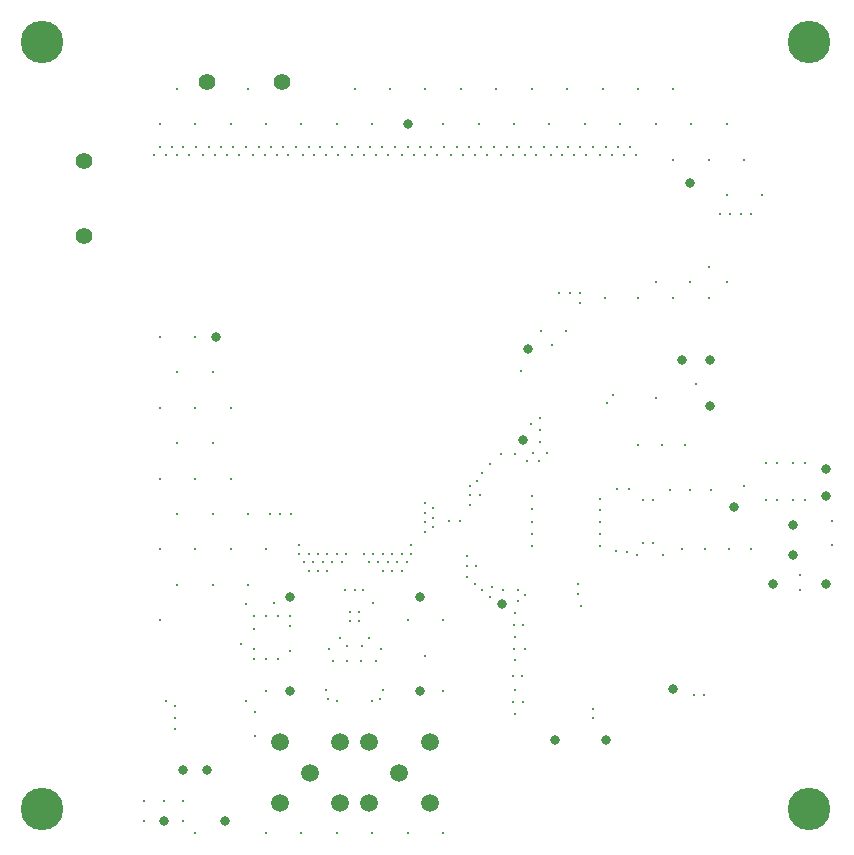
<source format=gbr>
%TF.GenerationSoftware,Altium Limited,Altium Designer,22.9.1 (49)*%
G04 Layer_Color=0*
%FSLAX45Y45*%
%MOMM*%
%TF.SameCoordinates,E77D5F78-0586-4990-9624-58BD59020D5A*%
%TF.FilePolarity,Positive*%
%TF.FileFunction,Plated,1,4,PTH,Drill*%
%TF.Part,Single*%
G01*
G75*
%TA.AperFunction,ComponentDrill*%
%ADD114C,1.40000*%
%ADD115C,0.80000*%
%ADD116C,0.30000*%
%ADD117C,0.80000*%
%ADD118C,1.50000*%
%ADD119C,1.49860*%
%ADD120C,3.60000*%
%ADD121C,1.40000*%
%TA.AperFunction,ViaDrill,NotFilled*%
%ADD122C,0.30000*%
D114*
X2537500Y6659999D02*
D03*
X1902500D02*
D03*
D115*
X3599970Y6300000D02*
D03*
X1700000Y829999D02*
D03*
X1900000D02*
D03*
X2050000Y400000D02*
D03*
X1540000D02*
D03*
X4579978Y3630000D02*
D03*
X5989977Y5799999D02*
D03*
X3700000Y1500000D02*
D03*
X7140000Y2409999D02*
D03*
X2600000Y1500000D02*
D03*
X6689969Y2409999D02*
D03*
X5849958Y1519998D02*
D03*
X1979961Y4499998D02*
D03*
X4619962Y4399998D02*
D03*
X5919964Y4299998D02*
D03*
X2599965Y2300000D02*
D03*
X4400000Y2239999D02*
D03*
X7140000Y3380000D02*
D03*
X7140000Y3150000D02*
D03*
D116*
X3110000Y2090000D02*
D03*
X3190000D02*
D03*
Y2169999D02*
D03*
X3110000D02*
D03*
D117*
X6859999Y2910000D02*
D03*
Y2656000D02*
D03*
X4849999Y1090000D02*
D03*
X6160000Y3910000D02*
D03*
X5279999Y1090000D02*
D03*
X6159999Y4300000D02*
D03*
X6359999Y3059999D02*
D03*
X3700000Y2300000D02*
D03*
D118*
X3785270Y1065269D02*
D03*
Y554729D02*
D03*
X3274730D02*
D03*
Y1065269D02*
D03*
X3025270D02*
D03*
Y554729D02*
D03*
X2514730Y1065269D02*
D03*
Y554729D02*
D03*
D119*
X3530000Y809999D02*
D03*
X2770000D02*
D03*
D120*
X500000Y7000000D02*
D03*
X7000000D02*
D03*
X500000Y500000D02*
D03*
X7000000D02*
D03*
D121*
X854998Y5987500D02*
D03*
Y5352500D02*
D03*
D122*
X3310000Y2250000D02*
D03*
X3150001Y6600000D02*
D03*
X5850000D02*
D03*
X5550001D02*
D03*
X4350000D02*
D03*
X4050000D02*
D03*
X3750000D02*
D03*
X3450000D02*
D03*
X4650000D02*
D03*
X4950000D02*
D03*
X5250000D02*
D03*
X2249999Y6599998D02*
D03*
X1649999D02*
D03*
X4190000Y3280000D02*
D03*
X4650000Y3150000D02*
D03*
X5070000Y2220000D02*
D03*
X5170000Y6110000D02*
D03*
X1550000Y6040000D02*
D03*
X1700000Y6110000D02*
D03*
X1650000Y6040000D02*
D03*
X1500000Y6110000D02*
D03*
X1600000D02*
D03*
X1450000Y6040000D02*
D03*
X1750000D02*
D03*
X2020000Y6110000D02*
D03*
X1810000Y6110000D02*
D03*
X2070000Y6040000D02*
D03*
X1870000D02*
D03*
X1970000D02*
D03*
X2120000Y6110000D02*
D03*
X1920000D02*
D03*
X2170000Y6040000D02*
D03*
X2230000Y6110000D02*
D03*
X2340000Y6110000D02*
D03*
X2290000Y6040000D02*
D03*
X2440000Y6110000D02*
D03*
X2590000Y6040000D02*
D03*
X2390000D02*
D03*
X2540000Y6110000D02*
D03*
X2490000Y6040000D02*
D03*
X2650000Y6110000D02*
D03*
X3070000D02*
D03*
X3490000D02*
D03*
X4750000D02*
D03*
X4330000D02*
D03*
X3910000D02*
D03*
X6150000Y5090000D02*
D03*
X2400000Y2700000D02*
D03*
X6599998Y5699998D02*
D03*
X6299998Y6299998D02*
D03*
X6449998Y5999998D02*
D03*
X6299998Y5699998D02*
D03*
X5999998Y6299998D02*
D03*
X6149998Y5999998D02*
D03*
X5699998Y6299998D02*
D03*
X5849998Y5999998D02*
D03*
X5399998Y6299998D02*
D03*
X5099998D02*
D03*
X4799999D02*
D03*
X4499999D02*
D03*
X4199999D02*
D03*
X3899999D02*
D03*
Y2099999D02*
D03*
Y1500000D02*
D03*
Y300000D02*
D03*
X3599999Y2099999D02*
D03*
X3749999Y1799999D02*
D03*
X3599999Y300000D02*
D03*
X3299999Y6299998D02*
D03*
Y300000D02*
D03*
X2999999Y6299998D02*
D03*
Y300000D02*
D03*
X2699999Y6299998D02*
D03*
Y300000D02*
D03*
X2399999Y6299998D02*
D03*
Y1500000D02*
D03*
Y300000D02*
D03*
X2099999Y6299998D02*
D03*
Y3899999D02*
D03*
Y3299999D02*
D03*
X2249999Y2999999D02*
D03*
X2099999Y2699999D02*
D03*
X2249999Y2399999D02*
D03*
X1799999Y6299998D02*
D03*
Y4499999D02*
D03*
X1949999Y4199999D02*
D03*
X1799999Y3899999D02*
D03*
X1949999Y3599999D02*
D03*
X1799999Y3299999D02*
D03*
X1949999Y2999999D02*
D03*
X1799999Y2699999D02*
D03*
X1949999Y2399999D02*
D03*
X1799999Y300000D02*
D03*
X1500000Y6299998D02*
D03*
Y4499999D02*
D03*
X1649999Y4199999D02*
D03*
X1500000Y3899999D02*
D03*
X1649999Y3599999D02*
D03*
X1500000Y3299999D02*
D03*
X1649999Y2999999D02*
D03*
X1500000Y2699999D02*
D03*
X1649999Y2399999D02*
D03*
X1500000Y2099999D02*
D03*
X6150000Y4830000D02*
D03*
X5850000D02*
D03*
X5550000D02*
D03*
X5270000Y4830000D02*
D03*
X5700000Y4960000D02*
D03*
X5990000D02*
D03*
X6300000D02*
D03*
X7190000Y2940000D02*
D03*
Y2740000D02*
D03*
X6920000Y2480000D02*
D03*
Y2360000D02*
D03*
X2680000Y2740000D02*
D03*
X3630000Y2660000D02*
D03*
X2680000D02*
D03*
X3390000Y2520000D02*
D03*
X3470000D02*
D03*
X3550000D02*
D03*
X2920000D02*
D03*
X2840000D02*
D03*
X2760000D02*
D03*
X2720000Y2590000D02*
D03*
X3590000D02*
D03*
X4100000Y2560000D02*
D03*
Y2640000D02*
D03*
Y2470000D02*
D03*
X4180000Y2560000D02*
D03*
X4300000Y3420000D02*
D03*
Y2300000D02*
D03*
X4310000Y2380000D02*
D03*
X4230000Y2360000D02*
D03*
X4170000Y2410000D02*
D03*
X4580000Y2060000D02*
D03*
X4590000Y1860000D02*
D03*
X4580000Y1410000D02*
D03*
X4490000D02*
D03*
Y1630000D02*
D03*
X4500000Y1860000D02*
D03*
X4530000Y2260000D02*
D03*
X4500000Y2060000D02*
D03*
X4640000Y3760000D02*
D03*
X4720000Y3810000D02*
D03*
Y3710000D02*
D03*
X4780000Y3520000D02*
D03*
X4660000D02*
D03*
X4710000Y3450000D02*
D03*
X4610000D02*
D03*
X4130000Y3240000D02*
D03*
Y3080000D02*
D03*
X4210000Y3160000D02*
D03*
X4130000D02*
D03*
X3750000Y2850000D02*
D03*
X3810000Y3050000D02*
D03*
X3750000Y3090000D02*
D03*
X4230000Y3350000D02*
D03*
X4040000Y2940000D02*
D03*
X3950000D02*
D03*
X3810000Y2970000D02*
D03*
X3630000Y2740000D02*
D03*
X3810000Y2890000D02*
D03*
X3750000Y2930000D02*
D03*
X4820000Y4430000D02*
D03*
X5060000Y4790000D02*
D03*
X4560000Y4210000D02*
D03*
X4730000Y4550000D02*
D03*
X4940000D02*
D03*
X6450000Y3240000D02*
D03*
X5820000Y3200000D02*
D03*
X5990000D02*
D03*
X6170000D02*
D03*
X6510000Y2700000D02*
D03*
X6320000D02*
D03*
X6120000D02*
D03*
X5920000D02*
D03*
X5590000Y2750000D02*
D03*
X1370000Y400000D02*
D03*
X1700000D02*
D03*
X1370000Y570000D02*
D03*
X1700000D02*
D03*
X1540000D02*
D03*
X5460000Y2680000D02*
D03*
X2610000Y3000000D02*
D03*
X2430000D02*
D03*
X2520000D02*
D03*
X2470000Y2250000D02*
D03*
X2190000Y1900000D02*
D03*
X2230000Y2240000D02*
D03*
X3270000Y1950000D02*
D03*
X3030000D02*
D03*
X2960000Y6110000D02*
D03*
X2760000D02*
D03*
X2860000D02*
D03*
X3380000D02*
D03*
X3180000D02*
D03*
X3280000D02*
D03*
X3800000D02*
D03*
X3600000D02*
D03*
X3700000D02*
D03*
X4220000D02*
D03*
X4020000D02*
D03*
X4120000D02*
D03*
X4640000D02*
D03*
X4440000D02*
D03*
X4540000D02*
D03*
X5060000D02*
D03*
X4860000D02*
D03*
X4960000D02*
D03*
X5380000D02*
D03*
X5280000D02*
D03*
X5480000D02*
D03*
X5530000Y6040000D02*
D03*
X5330000D02*
D03*
X5430000D02*
D03*
X5230000D02*
D03*
X4490000D02*
D03*
X4690000D02*
D03*
X4590000D02*
D03*
X4390000D02*
D03*
X3970000D02*
D03*
X4070000D02*
D03*
X4170000D02*
D03*
X4270000D02*
D03*
X3230000D02*
D03*
X3130000D02*
D03*
X3330000D02*
D03*
X3430000D02*
D03*
X3750000D02*
D03*
X4910000D02*
D03*
X2810000D02*
D03*
X2710000D02*
D03*
X5110000D02*
D03*
X3850000D02*
D03*
X3010000D02*
D03*
X3550000D02*
D03*
X3650000D02*
D03*
X4810000D02*
D03*
X2910000D02*
D03*
X5010000D02*
D03*
X5680000Y2750000D02*
D03*
X5540000Y2650000D02*
D03*
X5360000Y2690000D02*
D03*
X6630000Y3120000D02*
D03*
X6730000D02*
D03*
X6860000D02*
D03*
X6960000D02*
D03*
X6330000Y5540000D02*
D03*
X6420000D02*
D03*
X6510000D02*
D03*
X6240000D02*
D03*
X5060000Y4870000D02*
D03*
X4970000D02*
D03*
X4880000D02*
D03*
X1630000Y1180000D02*
D03*
Y1270000D02*
D03*
X1550000Y1420000D02*
D03*
X1630000Y1370000D02*
D03*
X2230000Y1420000D02*
D03*
X2310000Y1120000D02*
D03*
Y1320000D02*
D03*
X3370000Y1860000D02*
D03*
X2930000D02*
D03*
X2600000Y2140000D02*
D03*
Y1840000D02*
D03*
X2500000Y1770000D02*
D03*
X2400000D02*
D03*
X2300000D02*
D03*
Y1860000D02*
D03*
X2400000Y2140000D02*
D03*
X2300000D02*
D03*
Y2030000D02*
D03*
X2500000Y2140000D02*
D03*
X2600000Y2050000D02*
D03*
X5290000Y3940000D02*
D03*
X6040000Y4100000D02*
D03*
X5550000Y3580000D02*
D03*
X5950000D02*
D03*
X5750000D02*
D03*
X5700000Y3980000D02*
D03*
X5340000Y4010000D02*
D03*
X4720000Y3610000D02*
D03*
X4510000Y3510000D02*
D03*
X5170000Y1270000D02*
D03*
Y1350000D02*
D03*
X5040000Y2410000D02*
D03*
Y2320000D02*
D03*
X6110000Y1470000D02*
D03*
X6020000D02*
D03*
X4590000Y2310000D02*
D03*
X4570000Y1630000D02*
D03*
X4510000Y1310000D02*
D03*
Y1510000D02*
D03*
Y1760000D02*
D03*
Y1960000D02*
D03*
Y2160000D02*
D03*
X4410000Y2360000D02*
D03*
X4530000D02*
D03*
X4390000Y3510000D02*
D03*
X2800000Y2590000D02*
D03*
X2880000D02*
D03*
X2960000D02*
D03*
X3040000D02*
D03*
X3510000Y2590000D02*
D03*
X3270000D02*
D03*
X3350000D02*
D03*
X3430000D02*
D03*
X5760000Y2650000D02*
D03*
X5470000Y3210000D02*
D03*
X5370000D02*
D03*
X5230000Y3130000D02*
D03*
Y3030000D02*
D03*
Y2930000D02*
D03*
Y2830000D02*
D03*
Y2730000D02*
D03*
X4650000D02*
D03*
Y2830000D02*
D03*
Y2930000D02*
D03*
Y3040000D02*
D03*
X3080000Y2660000D02*
D03*
X3550000D02*
D03*
X3470000D02*
D03*
X3390000D02*
D03*
X3310000D02*
D03*
X2760000D02*
D03*
X2840000D02*
D03*
X2920000D02*
D03*
X3000000D02*
D03*
X3230000D02*
D03*
X6630000Y3430000D02*
D03*
X6730000D02*
D03*
X6960000D02*
D03*
X6860000D02*
D03*
X3750000Y3010000D02*
D03*
X5590000Y3120000D02*
D03*
X5680000D02*
D03*
X3071841Y2355042D02*
D03*
X3086200Y1879899D02*
D03*
X3213200D02*
D03*
X3088042Y1756441D02*
D03*
X3208042D02*
D03*
X2968042D02*
D03*
X3298042Y1416441D02*
D03*
X3150000Y2355042D02*
D03*
X2908042Y1506441D02*
D03*
X2928042Y1436441D02*
D03*
X3224241Y2355042D02*
D03*
X3388042Y1506441D02*
D03*
X3328042Y1756441D02*
D03*
X3368042Y1436441D02*
D03*
X2998042Y1416441D02*
D03*
%TF.MD5,84e062ad9d4c2b1c1ebc23af2609da5e*%
M02*

</source>
